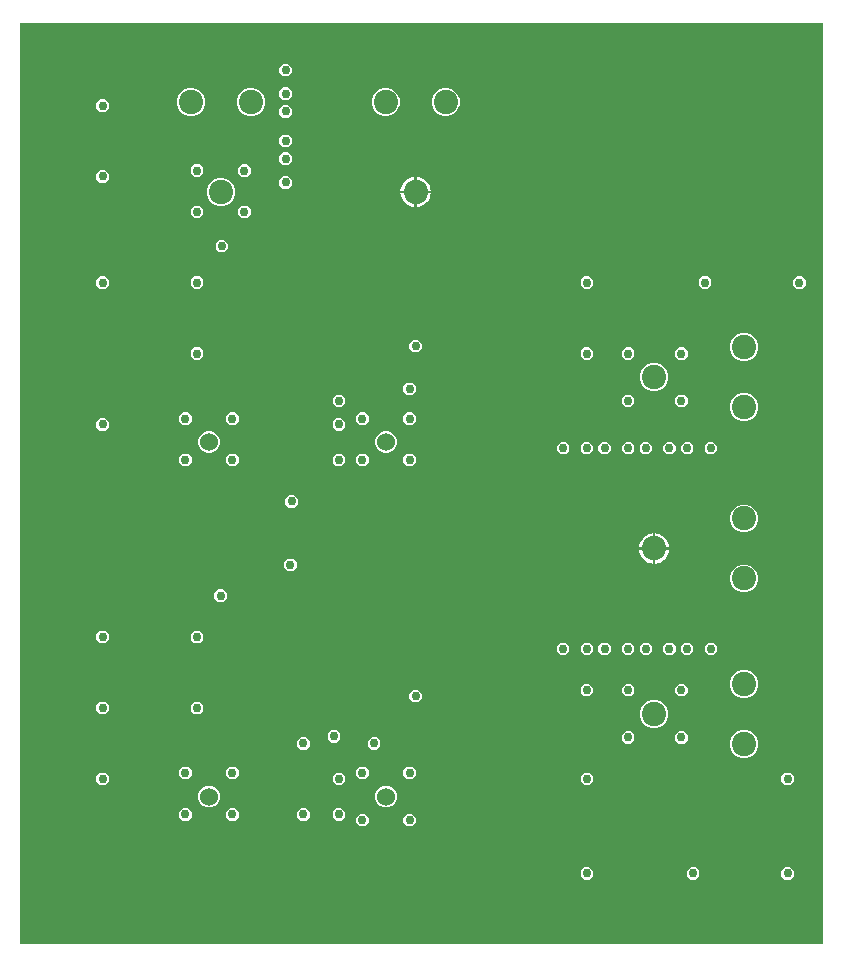
<source format=gbr>
G04 EAGLE Gerber RS-274X export*
G75*
%MOMM*%
%FSLAX34Y34*%
%LPD*%
%INCopper Layer 15*%
%IPPOS*%
%AMOC8*
5,1,8,0,0,1.08239X$1,22.5*%
G01*
%ADD10C,2.057400*%
%ADD11C,1.524000*%
%ADD12C,0.756400*%

G36*
X679348Y10162D02*
X679348Y10162D01*
X679357Y10161D01*
X679445Y10182D01*
X679535Y10200D01*
X679542Y10205D01*
X679550Y10207D01*
X679623Y10261D01*
X679699Y10313D01*
X679703Y10320D01*
X679710Y10325D01*
X679757Y10403D01*
X679806Y10480D01*
X679807Y10489D01*
X679812Y10496D01*
X679839Y10660D01*
X679839Y789340D01*
X679838Y789348D01*
X679839Y789357D01*
X679818Y789445D01*
X679800Y789535D01*
X679795Y789542D01*
X679793Y789550D01*
X679739Y789623D01*
X679687Y789699D01*
X679680Y789703D01*
X679675Y789710D01*
X679597Y789757D01*
X679520Y789806D01*
X679511Y789807D01*
X679504Y789812D01*
X679340Y789839D01*
X660Y789839D01*
X652Y789838D01*
X643Y789839D01*
X555Y789818D01*
X465Y789800D01*
X458Y789795D01*
X450Y789793D01*
X377Y789739D01*
X301Y789687D01*
X297Y789680D01*
X290Y789675D01*
X243Y789597D01*
X194Y789520D01*
X193Y789511D01*
X188Y789504D01*
X161Y789340D01*
X161Y10660D01*
X162Y10652D01*
X161Y10643D01*
X182Y10555D01*
X200Y10465D01*
X205Y10458D01*
X207Y10450D01*
X261Y10377D01*
X313Y10301D01*
X320Y10297D01*
X325Y10290D01*
X403Y10243D01*
X480Y10194D01*
X489Y10193D01*
X496Y10188D01*
X660Y10161D01*
X679340Y10161D01*
X679348Y10162D01*
G37*
%LPC*%
G36*
X610850Y503588D02*
X610850Y503588D01*
X606509Y505386D01*
X603186Y508709D01*
X601388Y513050D01*
X601388Y517750D01*
X603186Y522091D01*
X606509Y525414D01*
X610850Y527212D01*
X615550Y527212D01*
X619891Y525414D01*
X623214Y522091D01*
X625012Y517750D01*
X625012Y513050D01*
X623214Y508709D01*
X619891Y505386D01*
X615550Y503588D01*
X610850Y503588D01*
G37*
%LPD*%
%LPC*%
G36*
X610850Y307788D02*
X610850Y307788D01*
X606509Y309586D01*
X603186Y312909D01*
X601388Y317250D01*
X601388Y321950D01*
X603186Y326291D01*
X606509Y329614D01*
X610850Y331412D01*
X615550Y331412D01*
X619891Y329614D01*
X623214Y326291D01*
X625012Y321950D01*
X625012Y317250D01*
X623214Y312909D01*
X619891Y309586D01*
X615550Y307788D01*
X610850Y307788D01*
G37*
%LPD*%
%LPC*%
G36*
X358050Y711388D02*
X358050Y711388D01*
X353709Y713186D01*
X350386Y716509D01*
X348588Y720850D01*
X348588Y725550D01*
X350386Y729891D01*
X353709Y733214D01*
X358050Y735012D01*
X362750Y735012D01*
X367091Y733214D01*
X370414Y729891D01*
X372212Y725550D01*
X372212Y720850D01*
X370414Y716509D01*
X367091Y713186D01*
X362750Y711388D01*
X358050Y711388D01*
G37*
%LPD*%
%LPC*%
G36*
X307250Y711388D02*
X307250Y711388D01*
X302909Y713186D01*
X299586Y716509D01*
X297788Y720850D01*
X297788Y725550D01*
X299586Y729891D01*
X302909Y733214D01*
X307250Y735012D01*
X311950Y735012D01*
X316291Y733214D01*
X319614Y729891D01*
X321412Y725550D01*
X321412Y720850D01*
X319614Y716509D01*
X316291Y713186D01*
X311950Y711388D01*
X307250Y711388D01*
G37*
%LPD*%
%LPC*%
G36*
X193050Y711388D02*
X193050Y711388D01*
X188709Y713186D01*
X185386Y716509D01*
X183588Y720850D01*
X183588Y725550D01*
X185386Y729891D01*
X188709Y733214D01*
X193050Y735012D01*
X197750Y735012D01*
X202091Y733214D01*
X205414Y729891D01*
X207212Y725550D01*
X207212Y720850D01*
X205414Y716509D01*
X202091Y713186D01*
X197750Y711388D01*
X193050Y711388D01*
G37*
%LPD*%
%LPC*%
G36*
X142250Y711388D02*
X142250Y711388D01*
X137909Y713186D01*
X134586Y716509D01*
X132788Y720850D01*
X132788Y725550D01*
X134586Y729891D01*
X137909Y733214D01*
X142250Y735012D01*
X146950Y735012D01*
X151291Y733214D01*
X154614Y729891D01*
X156412Y725550D01*
X156412Y720850D01*
X154614Y716509D01*
X151291Y713186D01*
X146950Y711388D01*
X142250Y711388D01*
G37*
%LPD*%
%LPC*%
G36*
X610850Y167788D02*
X610850Y167788D01*
X606509Y169586D01*
X603186Y172909D01*
X601388Y177250D01*
X601388Y181950D01*
X603186Y186291D01*
X606509Y189614D01*
X610850Y191412D01*
X615550Y191412D01*
X619891Y189614D01*
X623214Y186291D01*
X625012Y181950D01*
X625012Y177250D01*
X623214Y172909D01*
X619891Y169586D01*
X615550Y167788D01*
X610850Y167788D01*
G37*
%LPD*%
%LPC*%
G36*
X534650Y193188D02*
X534650Y193188D01*
X530309Y194986D01*
X526986Y198309D01*
X525188Y202650D01*
X525188Y207350D01*
X526986Y211691D01*
X530309Y215014D01*
X534650Y216812D01*
X539350Y216812D01*
X543691Y215014D01*
X547014Y211691D01*
X548812Y207350D01*
X548812Y202650D01*
X547014Y198309D01*
X543691Y194986D01*
X539350Y193188D01*
X534650Y193188D01*
G37*
%LPD*%
%LPC*%
G36*
X610850Y218588D02*
X610850Y218588D01*
X606509Y220386D01*
X603186Y223709D01*
X601388Y228050D01*
X601388Y232750D01*
X603186Y237091D01*
X606509Y240414D01*
X610850Y242212D01*
X615550Y242212D01*
X619891Y240414D01*
X623214Y237091D01*
X625012Y232750D01*
X625012Y228050D01*
X623214Y223709D01*
X619891Y220386D01*
X615550Y218588D01*
X610850Y218588D01*
G37*
%LPD*%
%LPC*%
G36*
X167650Y635188D02*
X167650Y635188D01*
X163309Y636986D01*
X159986Y640309D01*
X158188Y644650D01*
X158188Y649350D01*
X159986Y653691D01*
X163309Y657014D01*
X167650Y658812D01*
X172350Y658812D01*
X176691Y657014D01*
X180014Y653691D01*
X181812Y649350D01*
X181812Y644650D01*
X180014Y640309D01*
X176691Y636986D01*
X172350Y635188D01*
X167650Y635188D01*
G37*
%LPD*%
%LPC*%
G36*
X534650Y478188D02*
X534650Y478188D01*
X530309Y479986D01*
X526986Y483309D01*
X525188Y487650D01*
X525188Y492350D01*
X526986Y496691D01*
X530309Y500014D01*
X534650Y501812D01*
X539350Y501812D01*
X543691Y500014D01*
X547014Y496691D01*
X548812Y492350D01*
X548812Y487650D01*
X547014Y483309D01*
X543691Y479986D01*
X539350Y478188D01*
X534650Y478188D01*
G37*
%LPD*%
%LPC*%
G36*
X610850Y452788D02*
X610850Y452788D01*
X606509Y454586D01*
X603186Y457909D01*
X601388Y462250D01*
X601388Y466950D01*
X603186Y471291D01*
X606509Y474614D01*
X610850Y476412D01*
X615550Y476412D01*
X619891Y474614D01*
X623214Y471291D01*
X625012Y466950D01*
X625012Y462250D01*
X623214Y457909D01*
X619891Y454586D01*
X615550Y452788D01*
X610850Y452788D01*
G37*
%LPD*%
%LPC*%
G36*
X610850Y358588D02*
X610850Y358588D01*
X606509Y360386D01*
X603186Y363709D01*
X601388Y368050D01*
X601388Y372750D01*
X603186Y377091D01*
X606509Y380414D01*
X610850Y382212D01*
X615550Y382212D01*
X619891Y380414D01*
X623214Y377091D01*
X625012Y372750D01*
X625012Y368050D01*
X623214Y363709D01*
X619891Y360386D01*
X615550Y358588D01*
X610850Y358588D01*
G37*
%LPD*%
%LPC*%
G36*
X308181Y425855D02*
X308181Y425855D01*
X304820Y427247D01*
X302247Y429820D01*
X300855Y433181D01*
X300855Y436819D01*
X302247Y440180D01*
X304820Y442753D01*
X308181Y444145D01*
X311819Y444145D01*
X315180Y442753D01*
X317753Y440180D01*
X319145Y436819D01*
X319145Y433181D01*
X317753Y429820D01*
X315180Y427247D01*
X311819Y425855D01*
X308181Y425855D01*
G37*
%LPD*%
%LPC*%
G36*
X158181Y425855D02*
X158181Y425855D01*
X154820Y427247D01*
X152247Y429820D01*
X150855Y433181D01*
X150855Y436819D01*
X152247Y440180D01*
X154820Y442753D01*
X158181Y444145D01*
X161819Y444145D01*
X165180Y442753D01*
X167753Y440180D01*
X169145Y436819D01*
X169145Y433181D01*
X167753Y429820D01*
X165180Y427247D01*
X161819Y425855D01*
X158181Y425855D01*
G37*
%LPD*%
%LPC*%
G36*
X158181Y125855D02*
X158181Y125855D01*
X154820Y127247D01*
X152247Y129820D01*
X150855Y133181D01*
X150855Y136819D01*
X152247Y140180D01*
X154820Y142753D01*
X158181Y144145D01*
X161819Y144145D01*
X165180Y142753D01*
X167753Y140180D01*
X169145Y136819D01*
X169145Y133181D01*
X167753Y129820D01*
X165180Y127247D01*
X161819Y125855D01*
X158181Y125855D01*
G37*
%LPD*%
%LPC*%
G36*
X308181Y125855D02*
X308181Y125855D01*
X304820Y127247D01*
X302247Y129820D01*
X300855Y133181D01*
X300855Y136819D01*
X302247Y140180D01*
X304820Y142753D01*
X308181Y144145D01*
X311819Y144145D01*
X315180Y142753D01*
X317753Y140180D01*
X319145Y136819D01*
X319145Y133181D01*
X317753Y129820D01*
X315180Y127247D01*
X311819Y125855D01*
X308181Y125855D01*
G37*
%LPD*%
%LPC*%
G36*
X537999Y345999D02*
X537999Y345999D01*
X537999Y357828D01*
X538010Y357828D01*
X540004Y357512D01*
X541924Y356888D01*
X543723Y355971D01*
X545357Y354785D01*
X546785Y353357D01*
X547971Y351723D01*
X548888Y349924D01*
X549512Y348004D01*
X549828Y346010D01*
X549828Y345999D01*
X537999Y345999D01*
G37*
%LPD*%
%LPC*%
G36*
X335999Y647999D02*
X335999Y647999D01*
X335999Y659828D01*
X336010Y659828D01*
X338004Y659512D01*
X339924Y658888D01*
X341723Y657971D01*
X343357Y656785D01*
X344785Y655357D01*
X345971Y653723D01*
X346888Y651924D01*
X347512Y650004D01*
X347828Y648010D01*
X347828Y647999D01*
X335999Y647999D01*
G37*
%LPD*%
%LPC*%
G36*
X322172Y647999D02*
X322172Y647999D01*
X322172Y648010D01*
X322488Y650004D01*
X323112Y651924D01*
X324029Y653723D01*
X325215Y655357D01*
X326643Y656785D01*
X328277Y657971D01*
X330076Y658888D01*
X331996Y659512D01*
X333990Y659828D01*
X334001Y659828D01*
X334001Y647999D01*
X322172Y647999D01*
G37*
%LPD*%
%LPC*%
G36*
X335999Y634172D02*
X335999Y634172D01*
X335999Y646001D01*
X347828Y646001D01*
X347828Y645990D01*
X347512Y643996D01*
X346888Y642076D01*
X345971Y640277D01*
X344785Y638643D01*
X343357Y637215D01*
X341723Y636029D01*
X339924Y635112D01*
X338004Y634488D01*
X336010Y634172D01*
X335999Y634172D01*
G37*
%LPD*%
%LPC*%
G36*
X537999Y332172D02*
X537999Y332172D01*
X537999Y344001D01*
X549828Y344001D01*
X549828Y343990D01*
X549512Y341996D01*
X548888Y340076D01*
X547971Y338277D01*
X546785Y336643D01*
X545357Y335215D01*
X543723Y334029D01*
X541924Y333112D01*
X540004Y332488D01*
X538010Y332172D01*
X537999Y332172D01*
G37*
%LPD*%
%LPC*%
G36*
X524172Y345999D02*
X524172Y345999D01*
X524172Y346010D01*
X524488Y348004D01*
X525112Y349924D01*
X526029Y351723D01*
X527215Y353357D01*
X528643Y354785D01*
X530277Y355971D01*
X532076Y356888D01*
X533996Y357512D01*
X535990Y357828D01*
X536001Y357828D01*
X536001Y345999D01*
X524172Y345999D01*
G37*
%LPD*%
%LPC*%
G36*
X333990Y634172D02*
X333990Y634172D01*
X331996Y634488D01*
X330076Y635112D01*
X328277Y636029D01*
X326643Y637215D01*
X325215Y638643D01*
X324029Y640277D01*
X323112Y642076D01*
X322488Y643996D01*
X322172Y645990D01*
X322172Y646001D01*
X334001Y646001D01*
X334001Y634172D01*
X333990Y634172D01*
G37*
%LPD*%
%LPC*%
G36*
X535990Y332172D02*
X535990Y332172D01*
X533996Y332488D01*
X532076Y333112D01*
X530277Y334029D01*
X528643Y335215D01*
X527215Y336643D01*
X526029Y338277D01*
X525112Y340076D01*
X524488Y341996D01*
X524172Y343990D01*
X524172Y344001D01*
X536001Y344001D01*
X536001Y332172D01*
X535990Y332172D01*
G37*
%LPD*%
%LPC*%
G36*
X477802Y564693D02*
X477802Y564693D01*
X474693Y567802D01*
X474693Y572198D01*
X477802Y575307D01*
X482198Y575307D01*
X485307Y572198D01*
X485307Y567802D01*
X482198Y564693D01*
X477802Y564693D01*
G37*
%LPD*%
%LPC*%
G36*
X147802Y564693D02*
X147802Y564693D01*
X144693Y567802D01*
X144693Y572198D01*
X147802Y575307D01*
X152198Y575307D01*
X155307Y572198D01*
X155307Y567802D01*
X152198Y564693D01*
X147802Y564693D01*
G37*
%LPD*%
%LPC*%
G36*
X67802Y564693D02*
X67802Y564693D01*
X64693Y567802D01*
X64693Y572198D01*
X67802Y575307D01*
X72198Y575307D01*
X75307Y572198D01*
X75307Y567802D01*
X72198Y564693D01*
X67802Y564693D01*
G37*
%LPD*%
%LPC*%
G36*
X577802Y564693D02*
X577802Y564693D01*
X574693Y567802D01*
X574693Y572198D01*
X577802Y575307D01*
X582198Y575307D01*
X585307Y572198D01*
X585307Y567802D01*
X582198Y564693D01*
X577802Y564693D01*
G37*
%LPD*%
%LPC*%
G36*
X332802Y510993D02*
X332802Y510993D01*
X329693Y514102D01*
X329693Y518498D01*
X332802Y521607D01*
X337198Y521607D01*
X340307Y518498D01*
X340307Y514102D01*
X337198Y510993D01*
X332802Y510993D01*
G37*
%LPD*%
%LPC*%
G36*
X557802Y504693D02*
X557802Y504693D01*
X554693Y507802D01*
X554693Y512198D01*
X557802Y515307D01*
X562198Y515307D01*
X565307Y512198D01*
X565307Y507802D01*
X562198Y504693D01*
X557802Y504693D01*
G37*
%LPD*%
%LPC*%
G36*
X512802Y504693D02*
X512802Y504693D01*
X509693Y507802D01*
X509693Y512198D01*
X512802Y515307D01*
X517198Y515307D01*
X520307Y512198D01*
X520307Y507802D01*
X517198Y504693D01*
X512802Y504693D01*
G37*
%LPD*%
%LPC*%
G36*
X477802Y504693D02*
X477802Y504693D01*
X474693Y507802D01*
X474693Y512198D01*
X477802Y515307D01*
X482198Y515307D01*
X485307Y512198D01*
X485307Y507802D01*
X482198Y504693D01*
X477802Y504693D01*
G37*
%LPD*%
%LPC*%
G36*
X147802Y504693D02*
X147802Y504693D01*
X144693Y507802D01*
X144693Y512198D01*
X147802Y515307D01*
X152198Y515307D01*
X155307Y512198D01*
X155307Y507802D01*
X152198Y504693D01*
X147802Y504693D01*
G37*
%LPD*%
%LPC*%
G36*
X657802Y564693D02*
X657802Y564693D01*
X654693Y567802D01*
X654693Y572198D01*
X657802Y575307D01*
X662198Y575307D01*
X665307Y572198D01*
X665307Y567802D01*
X662198Y564693D01*
X657802Y564693D01*
G37*
%LPD*%
%LPC*%
G36*
X327802Y474693D02*
X327802Y474693D01*
X324693Y477802D01*
X324693Y482198D01*
X327802Y485307D01*
X332198Y485307D01*
X335307Y482198D01*
X335307Y477802D01*
X332198Y474693D01*
X327802Y474693D01*
G37*
%LPD*%
%LPC*%
G36*
X168802Y595693D02*
X168802Y595693D01*
X165693Y598802D01*
X165693Y603198D01*
X168802Y606307D01*
X173198Y606307D01*
X176307Y603198D01*
X176307Y598802D01*
X173198Y595693D01*
X168802Y595693D01*
G37*
%LPD*%
%LPC*%
G36*
X557802Y464693D02*
X557802Y464693D01*
X554693Y467802D01*
X554693Y472198D01*
X557802Y475307D01*
X562198Y475307D01*
X565307Y472198D01*
X565307Y467802D01*
X562198Y464693D01*
X557802Y464693D01*
G37*
%LPD*%
%LPC*%
G36*
X512802Y464693D02*
X512802Y464693D01*
X509693Y467802D01*
X509693Y472198D01*
X512802Y475307D01*
X517198Y475307D01*
X520307Y472198D01*
X520307Y467802D01*
X517198Y464693D01*
X512802Y464693D01*
G37*
%LPD*%
%LPC*%
G36*
X267802Y464693D02*
X267802Y464693D01*
X264693Y467802D01*
X264693Y472198D01*
X267802Y475307D01*
X272198Y475307D01*
X275307Y472198D01*
X275307Y467802D01*
X272198Y464693D01*
X267802Y464693D01*
G37*
%LPD*%
%LPC*%
G36*
X327802Y449693D02*
X327802Y449693D01*
X324693Y452802D01*
X324693Y457198D01*
X327802Y460307D01*
X332198Y460307D01*
X335307Y457198D01*
X335307Y452802D01*
X332198Y449693D01*
X327802Y449693D01*
G37*
%LPD*%
%LPC*%
G36*
X287802Y449693D02*
X287802Y449693D01*
X284693Y452802D01*
X284693Y457198D01*
X287802Y460307D01*
X292198Y460307D01*
X295307Y457198D01*
X295307Y452802D01*
X292198Y449693D01*
X287802Y449693D01*
G37*
%LPD*%
%LPC*%
G36*
X177802Y449693D02*
X177802Y449693D01*
X174693Y452802D01*
X174693Y457198D01*
X177802Y460307D01*
X182198Y460307D01*
X185307Y457198D01*
X185307Y452802D01*
X182198Y449693D01*
X177802Y449693D01*
G37*
%LPD*%
%LPC*%
G36*
X137802Y449693D02*
X137802Y449693D01*
X134693Y452802D01*
X134693Y457198D01*
X137802Y460307D01*
X142198Y460307D01*
X145307Y457198D01*
X145307Y452802D01*
X142198Y449693D01*
X137802Y449693D01*
G37*
%LPD*%
%LPC*%
G36*
X267802Y444693D02*
X267802Y444693D01*
X264693Y447802D01*
X264693Y452198D01*
X267802Y455307D01*
X272198Y455307D01*
X275307Y452198D01*
X275307Y447802D01*
X272198Y444693D01*
X267802Y444693D01*
G37*
%LPD*%
%LPC*%
G36*
X67802Y444693D02*
X67802Y444693D01*
X64693Y447802D01*
X64693Y452198D01*
X67802Y455307D01*
X72198Y455307D01*
X75307Y452198D01*
X75307Y447802D01*
X72198Y444693D01*
X67802Y444693D01*
G37*
%LPD*%
%LPC*%
G36*
X147802Y624693D02*
X147802Y624693D01*
X144693Y627802D01*
X144693Y632198D01*
X147802Y635307D01*
X152198Y635307D01*
X155307Y632198D01*
X155307Y627802D01*
X152198Y624693D01*
X147802Y624693D01*
G37*
%LPD*%
%LPC*%
G36*
X187802Y624693D02*
X187802Y624693D01*
X184693Y627802D01*
X184693Y632198D01*
X187802Y635307D01*
X192198Y635307D01*
X195307Y632198D01*
X195307Y627802D01*
X192198Y624693D01*
X187802Y624693D01*
G37*
%LPD*%
%LPC*%
G36*
X477802Y424693D02*
X477802Y424693D01*
X474693Y427802D01*
X474693Y432198D01*
X477802Y435307D01*
X482198Y435307D01*
X485307Y432198D01*
X485307Y427802D01*
X482198Y424693D01*
X477802Y424693D01*
G37*
%LPD*%
%LPC*%
G36*
X457802Y424693D02*
X457802Y424693D01*
X454693Y427802D01*
X454693Y432198D01*
X457802Y435307D01*
X462198Y435307D01*
X465307Y432198D01*
X465307Y427802D01*
X462198Y424693D01*
X457802Y424693D01*
G37*
%LPD*%
%LPC*%
G36*
X582802Y424693D02*
X582802Y424693D01*
X579693Y427802D01*
X579693Y432198D01*
X582802Y435307D01*
X587198Y435307D01*
X590307Y432198D01*
X590307Y427802D01*
X587198Y424693D01*
X582802Y424693D01*
G37*
%LPD*%
%LPC*%
G36*
X562802Y424693D02*
X562802Y424693D01*
X559693Y427802D01*
X559693Y432198D01*
X562802Y435307D01*
X567198Y435307D01*
X570307Y432198D01*
X570307Y427802D01*
X567198Y424693D01*
X562802Y424693D01*
G37*
%LPD*%
%LPC*%
G36*
X547802Y424693D02*
X547802Y424693D01*
X544693Y427802D01*
X544693Y432198D01*
X547802Y435307D01*
X552198Y435307D01*
X555307Y432198D01*
X555307Y427802D01*
X552198Y424693D01*
X547802Y424693D01*
G37*
%LPD*%
%LPC*%
G36*
X527802Y424693D02*
X527802Y424693D01*
X524693Y427802D01*
X524693Y432198D01*
X527802Y435307D01*
X532198Y435307D01*
X535307Y432198D01*
X535307Y427802D01*
X532198Y424693D01*
X527802Y424693D01*
G37*
%LPD*%
%LPC*%
G36*
X512802Y424693D02*
X512802Y424693D01*
X509693Y427802D01*
X509693Y432198D01*
X512802Y435307D01*
X517198Y435307D01*
X520307Y432198D01*
X520307Y427802D01*
X517198Y424693D01*
X512802Y424693D01*
G37*
%LPD*%
%LPC*%
G36*
X492802Y424693D02*
X492802Y424693D01*
X489693Y427802D01*
X489693Y432198D01*
X492802Y435307D01*
X497198Y435307D01*
X500307Y432198D01*
X500307Y427802D01*
X497198Y424693D01*
X492802Y424693D01*
G37*
%LPD*%
%LPC*%
G36*
X327802Y414693D02*
X327802Y414693D01*
X324693Y417802D01*
X324693Y422198D01*
X327802Y425307D01*
X332198Y425307D01*
X335307Y422198D01*
X335307Y417802D01*
X332198Y414693D01*
X327802Y414693D01*
G37*
%LPD*%
%LPC*%
G36*
X287802Y414693D02*
X287802Y414693D01*
X284693Y417802D01*
X284693Y422198D01*
X287802Y425307D01*
X292198Y425307D01*
X295307Y422198D01*
X295307Y417802D01*
X292198Y414693D01*
X287802Y414693D01*
G37*
%LPD*%
%LPC*%
G36*
X267802Y414693D02*
X267802Y414693D01*
X264693Y417802D01*
X264693Y422198D01*
X267802Y425307D01*
X272198Y425307D01*
X275307Y422198D01*
X275307Y417802D01*
X272198Y414693D01*
X267802Y414693D01*
G37*
%LPD*%
%LPC*%
G36*
X177802Y414693D02*
X177802Y414693D01*
X174693Y417802D01*
X174693Y422198D01*
X177802Y425307D01*
X182198Y425307D01*
X185307Y422198D01*
X185307Y417802D01*
X182198Y414693D01*
X177802Y414693D01*
G37*
%LPD*%
%LPC*%
G36*
X137802Y414693D02*
X137802Y414693D01*
X134693Y417802D01*
X134693Y422198D01*
X137802Y425307D01*
X142198Y425307D01*
X145307Y422198D01*
X145307Y417802D01*
X142198Y414693D01*
X137802Y414693D01*
G37*
%LPD*%
%LPC*%
G36*
X227802Y379693D02*
X227802Y379693D01*
X224693Y382802D01*
X224693Y387198D01*
X227802Y390307D01*
X232198Y390307D01*
X235307Y387198D01*
X235307Y382802D01*
X232198Y379693D01*
X227802Y379693D01*
G37*
%LPD*%
%LPC*%
G36*
X647802Y64693D02*
X647802Y64693D01*
X644693Y67802D01*
X644693Y72198D01*
X647802Y75307D01*
X652198Y75307D01*
X655307Y72198D01*
X655307Y67802D01*
X652198Y64693D01*
X647802Y64693D01*
G37*
%LPD*%
%LPC*%
G36*
X222802Y649693D02*
X222802Y649693D01*
X219693Y652802D01*
X219693Y657198D01*
X222802Y660307D01*
X227198Y660307D01*
X230307Y657198D01*
X230307Y652802D01*
X227198Y649693D01*
X222802Y649693D01*
G37*
%LPD*%
%LPC*%
G36*
X67802Y654693D02*
X67802Y654693D01*
X64693Y657802D01*
X64693Y662198D01*
X67802Y665307D01*
X72198Y665307D01*
X75307Y662198D01*
X75307Y657802D01*
X72198Y654693D01*
X67802Y654693D01*
G37*
%LPD*%
%LPC*%
G36*
X477802Y64693D02*
X477802Y64693D01*
X474693Y67802D01*
X474693Y72198D01*
X477802Y75307D01*
X482198Y75307D01*
X485307Y72198D01*
X485307Y67802D01*
X482198Y64693D01*
X477802Y64693D01*
G37*
%LPD*%
%LPC*%
G36*
X147802Y659693D02*
X147802Y659693D01*
X144693Y662802D01*
X144693Y667198D01*
X147802Y670307D01*
X152198Y670307D01*
X155307Y667198D01*
X155307Y662802D01*
X152198Y659693D01*
X147802Y659693D01*
G37*
%LPD*%
%LPC*%
G36*
X187802Y659693D02*
X187802Y659693D01*
X184693Y662802D01*
X184693Y667198D01*
X187802Y670307D01*
X192198Y670307D01*
X195307Y667198D01*
X195307Y662802D01*
X192198Y659693D01*
X187802Y659693D01*
G37*
%LPD*%
%LPC*%
G36*
X226802Y325693D02*
X226802Y325693D01*
X223693Y328802D01*
X223693Y333198D01*
X226802Y336307D01*
X231198Y336307D01*
X234307Y333198D01*
X234307Y328802D01*
X231198Y325693D01*
X226802Y325693D01*
G37*
%LPD*%
%LPC*%
G36*
X222802Y669693D02*
X222802Y669693D01*
X219693Y672802D01*
X219693Y677198D01*
X222802Y680307D01*
X227198Y680307D01*
X230307Y677198D01*
X230307Y672802D01*
X227198Y669693D01*
X222802Y669693D01*
G37*
%LPD*%
%LPC*%
G36*
X167802Y299693D02*
X167802Y299693D01*
X164693Y302802D01*
X164693Y307198D01*
X167802Y310307D01*
X172198Y310307D01*
X175307Y307198D01*
X175307Y302802D01*
X172198Y299693D01*
X167802Y299693D01*
G37*
%LPD*%
%LPC*%
G36*
X147802Y264693D02*
X147802Y264693D01*
X144693Y267802D01*
X144693Y272198D01*
X147802Y275307D01*
X152198Y275307D01*
X155307Y272198D01*
X155307Y267802D01*
X152198Y264693D01*
X147802Y264693D01*
G37*
%LPD*%
%LPC*%
G36*
X67802Y264693D02*
X67802Y264693D01*
X64693Y267802D01*
X64693Y272198D01*
X67802Y275307D01*
X72198Y275307D01*
X75307Y272198D01*
X75307Y267802D01*
X72198Y264693D01*
X67802Y264693D01*
G37*
%LPD*%
%LPC*%
G36*
X492802Y254693D02*
X492802Y254693D01*
X489693Y257802D01*
X489693Y262198D01*
X492802Y265307D01*
X497198Y265307D01*
X500307Y262198D01*
X500307Y257802D01*
X497198Y254693D01*
X492802Y254693D01*
G37*
%LPD*%
%LPC*%
G36*
X477802Y254693D02*
X477802Y254693D01*
X474693Y257802D01*
X474693Y262198D01*
X477802Y265307D01*
X482198Y265307D01*
X485307Y262198D01*
X485307Y257802D01*
X482198Y254693D01*
X477802Y254693D01*
G37*
%LPD*%
%LPC*%
G36*
X582802Y254693D02*
X582802Y254693D01*
X579693Y257802D01*
X579693Y262198D01*
X582802Y265307D01*
X587198Y265307D01*
X590307Y262198D01*
X590307Y257802D01*
X587198Y254693D01*
X582802Y254693D01*
G37*
%LPD*%
%LPC*%
G36*
X562802Y254693D02*
X562802Y254693D01*
X559693Y257802D01*
X559693Y262198D01*
X562802Y265307D01*
X567198Y265307D01*
X570307Y262198D01*
X570307Y257802D01*
X567198Y254693D01*
X562802Y254693D01*
G37*
%LPD*%
%LPC*%
G36*
X547802Y254693D02*
X547802Y254693D01*
X544693Y257802D01*
X544693Y262198D01*
X547802Y265307D01*
X552198Y265307D01*
X555307Y262198D01*
X555307Y257802D01*
X552198Y254693D01*
X547802Y254693D01*
G37*
%LPD*%
%LPC*%
G36*
X527802Y254693D02*
X527802Y254693D01*
X524693Y257802D01*
X524693Y262198D01*
X527802Y265307D01*
X532198Y265307D01*
X535307Y262198D01*
X535307Y257802D01*
X532198Y254693D01*
X527802Y254693D01*
G37*
%LPD*%
%LPC*%
G36*
X512802Y254693D02*
X512802Y254693D01*
X509693Y257802D01*
X509693Y262198D01*
X512802Y265307D01*
X517198Y265307D01*
X520307Y262198D01*
X520307Y257802D01*
X517198Y254693D01*
X512802Y254693D01*
G37*
%LPD*%
%LPC*%
G36*
X457802Y254693D02*
X457802Y254693D01*
X454693Y257802D01*
X454693Y262198D01*
X457802Y265307D01*
X462198Y265307D01*
X465307Y262198D01*
X465307Y257802D01*
X462198Y254693D01*
X457802Y254693D01*
G37*
%LPD*%
%LPC*%
G36*
X222802Y684693D02*
X222802Y684693D01*
X219693Y687802D01*
X219693Y692198D01*
X222802Y695307D01*
X227198Y695307D01*
X230307Y692198D01*
X230307Y687802D01*
X227198Y684693D01*
X222802Y684693D01*
G37*
%LPD*%
%LPC*%
G36*
X557802Y219693D02*
X557802Y219693D01*
X554693Y222802D01*
X554693Y227198D01*
X557802Y230307D01*
X562198Y230307D01*
X565307Y227198D01*
X565307Y222802D01*
X562198Y219693D01*
X557802Y219693D01*
G37*
%LPD*%
%LPC*%
G36*
X512802Y219693D02*
X512802Y219693D01*
X509693Y222802D01*
X509693Y227198D01*
X512802Y230307D01*
X517198Y230307D01*
X520307Y227198D01*
X520307Y222802D01*
X517198Y219693D01*
X512802Y219693D01*
G37*
%LPD*%
%LPC*%
G36*
X477802Y219693D02*
X477802Y219693D01*
X474693Y222802D01*
X474693Y227198D01*
X477802Y230307D01*
X482198Y230307D01*
X485307Y227198D01*
X485307Y222802D01*
X482198Y219693D01*
X477802Y219693D01*
G37*
%LPD*%
%LPC*%
G36*
X332802Y214693D02*
X332802Y214693D01*
X329693Y217802D01*
X329693Y222198D01*
X332802Y225307D01*
X337198Y225307D01*
X340307Y222198D01*
X340307Y217802D01*
X337198Y214693D01*
X332802Y214693D01*
G37*
%LPD*%
%LPC*%
G36*
X222802Y709693D02*
X222802Y709693D01*
X219693Y712802D01*
X219693Y717198D01*
X222802Y720307D01*
X227198Y720307D01*
X230307Y717198D01*
X230307Y712802D01*
X227198Y709693D01*
X222802Y709693D01*
G37*
%LPD*%
%LPC*%
G36*
X147802Y204693D02*
X147802Y204693D01*
X144693Y207802D01*
X144693Y212198D01*
X147802Y215307D01*
X152198Y215307D01*
X155307Y212198D01*
X155307Y207802D01*
X152198Y204693D01*
X147802Y204693D01*
G37*
%LPD*%
%LPC*%
G36*
X67802Y204693D02*
X67802Y204693D01*
X64693Y207802D01*
X64693Y212198D01*
X67802Y215307D01*
X72198Y215307D01*
X75307Y212198D01*
X75307Y207802D01*
X72198Y204693D01*
X67802Y204693D01*
G37*
%LPD*%
%LPC*%
G36*
X67802Y714693D02*
X67802Y714693D01*
X64693Y717802D01*
X64693Y722198D01*
X67802Y725307D01*
X72198Y725307D01*
X75307Y722198D01*
X75307Y717802D01*
X72198Y714693D01*
X67802Y714693D01*
G37*
%LPD*%
%LPC*%
G36*
X263802Y180693D02*
X263802Y180693D01*
X260693Y183802D01*
X260693Y188198D01*
X263802Y191307D01*
X268198Y191307D01*
X271307Y188198D01*
X271307Y183802D01*
X268198Y180693D01*
X263802Y180693D01*
G37*
%LPD*%
%LPC*%
G36*
X557802Y179693D02*
X557802Y179693D01*
X554693Y182802D01*
X554693Y187198D01*
X557802Y190307D01*
X562198Y190307D01*
X565307Y187198D01*
X565307Y182802D01*
X562198Y179693D01*
X557802Y179693D01*
G37*
%LPD*%
%LPC*%
G36*
X512802Y179693D02*
X512802Y179693D01*
X509693Y182802D01*
X509693Y187198D01*
X512802Y190307D01*
X517198Y190307D01*
X520307Y187198D01*
X520307Y182802D01*
X517198Y179693D01*
X512802Y179693D01*
G37*
%LPD*%
%LPC*%
G36*
X297802Y174693D02*
X297802Y174693D01*
X294693Y177802D01*
X294693Y182198D01*
X297802Y185307D01*
X302198Y185307D01*
X305307Y182198D01*
X305307Y177802D01*
X302198Y174693D01*
X297802Y174693D01*
G37*
%LPD*%
%LPC*%
G36*
X237802Y174693D02*
X237802Y174693D01*
X234693Y177802D01*
X234693Y182198D01*
X237802Y185307D01*
X242198Y185307D01*
X245307Y182198D01*
X245307Y177802D01*
X242198Y174693D01*
X237802Y174693D01*
G37*
%LPD*%
%LPC*%
G36*
X327802Y149693D02*
X327802Y149693D01*
X324693Y152802D01*
X324693Y157198D01*
X327802Y160307D01*
X332198Y160307D01*
X335307Y157198D01*
X335307Y152802D01*
X332198Y149693D01*
X327802Y149693D01*
G37*
%LPD*%
%LPC*%
G36*
X287802Y149693D02*
X287802Y149693D01*
X284693Y152802D01*
X284693Y157198D01*
X287802Y160307D01*
X292198Y160307D01*
X295307Y157198D01*
X295307Y152802D01*
X292198Y149693D01*
X287802Y149693D01*
G37*
%LPD*%
%LPC*%
G36*
X177802Y149693D02*
X177802Y149693D01*
X174693Y152802D01*
X174693Y157198D01*
X177802Y160307D01*
X182198Y160307D01*
X185307Y157198D01*
X185307Y152802D01*
X182198Y149693D01*
X177802Y149693D01*
G37*
%LPD*%
%LPC*%
G36*
X137802Y149693D02*
X137802Y149693D01*
X134693Y152802D01*
X134693Y157198D01*
X137802Y160307D01*
X142198Y160307D01*
X145307Y157198D01*
X145307Y152802D01*
X142198Y149693D01*
X137802Y149693D01*
G37*
%LPD*%
%LPC*%
G36*
X647802Y144693D02*
X647802Y144693D01*
X644693Y147802D01*
X644693Y152198D01*
X647802Y155307D01*
X652198Y155307D01*
X655307Y152198D01*
X655307Y147802D01*
X652198Y144693D01*
X647802Y144693D01*
G37*
%LPD*%
%LPC*%
G36*
X477802Y144693D02*
X477802Y144693D01*
X474693Y147802D01*
X474693Y152198D01*
X477802Y155307D01*
X482198Y155307D01*
X485307Y152198D01*
X485307Y147802D01*
X482198Y144693D01*
X477802Y144693D01*
G37*
%LPD*%
%LPC*%
G36*
X267802Y144693D02*
X267802Y144693D01*
X264693Y147802D01*
X264693Y152198D01*
X267802Y155307D01*
X272198Y155307D01*
X275307Y152198D01*
X275307Y147802D01*
X272198Y144693D01*
X267802Y144693D01*
G37*
%LPD*%
%LPC*%
G36*
X67802Y144693D02*
X67802Y144693D01*
X64693Y147802D01*
X64693Y152198D01*
X67802Y155307D01*
X72198Y155307D01*
X75307Y152198D01*
X75307Y147802D01*
X72198Y144693D01*
X67802Y144693D01*
G37*
%LPD*%
%LPC*%
G36*
X222802Y724693D02*
X222802Y724693D01*
X219693Y727802D01*
X219693Y732198D01*
X222802Y735307D01*
X227198Y735307D01*
X230307Y732198D01*
X230307Y727802D01*
X227198Y724693D01*
X222802Y724693D01*
G37*
%LPD*%
%LPC*%
G36*
X222802Y744693D02*
X222802Y744693D01*
X219693Y747802D01*
X219693Y752198D01*
X222802Y755307D01*
X227198Y755307D01*
X230307Y752198D01*
X230307Y747802D01*
X227198Y744693D01*
X222802Y744693D01*
G37*
%LPD*%
%LPC*%
G36*
X267802Y114693D02*
X267802Y114693D01*
X264693Y117802D01*
X264693Y122198D01*
X267802Y125307D01*
X272198Y125307D01*
X275307Y122198D01*
X275307Y117802D01*
X272198Y114693D01*
X267802Y114693D01*
G37*
%LPD*%
%LPC*%
G36*
X237802Y114693D02*
X237802Y114693D01*
X234693Y117802D01*
X234693Y122198D01*
X237802Y125307D01*
X242198Y125307D01*
X245307Y122198D01*
X245307Y117802D01*
X242198Y114693D01*
X237802Y114693D01*
G37*
%LPD*%
%LPC*%
G36*
X177802Y114693D02*
X177802Y114693D01*
X174693Y117802D01*
X174693Y122198D01*
X177802Y125307D01*
X182198Y125307D01*
X185307Y122198D01*
X185307Y117802D01*
X182198Y114693D01*
X177802Y114693D01*
G37*
%LPD*%
%LPC*%
G36*
X137802Y114693D02*
X137802Y114693D01*
X134693Y117802D01*
X134693Y122198D01*
X137802Y125307D01*
X142198Y125307D01*
X145307Y122198D01*
X145307Y117802D01*
X142198Y114693D01*
X137802Y114693D01*
G37*
%LPD*%
%LPC*%
G36*
X327802Y109693D02*
X327802Y109693D01*
X324693Y112802D01*
X324693Y117198D01*
X327802Y120307D01*
X332198Y120307D01*
X335307Y117198D01*
X335307Y112802D01*
X332198Y109693D01*
X327802Y109693D01*
G37*
%LPD*%
%LPC*%
G36*
X287802Y109693D02*
X287802Y109693D01*
X284693Y112802D01*
X284693Y117198D01*
X287802Y120307D01*
X292198Y120307D01*
X295307Y117198D01*
X295307Y112802D01*
X292198Y109693D01*
X287802Y109693D01*
G37*
%LPD*%
%LPC*%
G36*
X567802Y64693D02*
X567802Y64693D01*
X564693Y67802D01*
X564693Y72198D01*
X567802Y75307D01*
X572198Y75307D01*
X575307Y72198D01*
X575307Y67802D01*
X572198Y64693D01*
X567802Y64693D01*
G37*
%LPD*%
%LPC*%
G36*
X536999Y344999D02*
X536999Y344999D01*
X536999Y345001D01*
X537001Y345001D01*
X537001Y344999D01*
X536999Y344999D01*
G37*
%LPD*%
%LPC*%
G36*
X334999Y646999D02*
X334999Y646999D01*
X334999Y647001D01*
X335001Y647001D01*
X335001Y646999D01*
X334999Y646999D01*
G37*
%LPD*%
D10*
X170000Y647000D03*
X144600Y723200D03*
X195400Y723200D03*
X335000Y647000D03*
X309600Y723200D03*
X360400Y723200D03*
X537000Y205000D03*
X613200Y230400D03*
X613200Y179600D03*
X537000Y490000D03*
X613200Y515400D03*
X613200Y464600D03*
X537000Y345000D03*
X613200Y370400D03*
X613200Y319600D03*
D11*
X160000Y435000D03*
X310000Y435000D03*
X160000Y135000D03*
X310000Y135000D03*
D12*
X70000Y660000D03*
X70000Y720000D03*
X190000Y665000D03*
X150000Y665000D03*
X190000Y630000D03*
X225000Y655000D03*
X225000Y675000D03*
X225000Y690000D03*
X225000Y715000D03*
X225000Y730000D03*
X225000Y750000D03*
X230000Y385000D03*
X229000Y331000D03*
X150000Y630000D03*
X285000Y750000D03*
X285000Y730000D03*
X285000Y715000D03*
X285000Y690000D03*
X285000Y675000D03*
X285000Y655000D03*
X270000Y616000D03*
X315000Y665000D03*
X315000Y625000D03*
X355000Y665000D03*
X355000Y625000D03*
X390000Y660000D03*
X390000Y720000D03*
X510000Y720000D03*
X510000Y660000D03*
X630000Y660000D03*
X630000Y720000D03*
X290000Y370000D03*
X270000Y330000D03*
X390000Y370000D03*
X390000Y320000D03*
X390000Y270000D03*
X210000Y60000D03*
X140000Y60000D03*
X70000Y60000D03*
X460000Y370000D03*
X480000Y370000D03*
X495000Y370000D03*
X515000Y370000D03*
X530000Y370000D03*
X550000Y370000D03*
X460000Y320000D03*
X480000Y320000D03*
X495000Y320000D03*
X515000Y320000D03*
X530000Y320000D03*
X550000Y320000D03*
X205000Y325000D03*
X185000Y350000D03*
X185000Y370000D03*
X205000Y390000D03*
X140000Y360000D03*
X70000Y360000D03*
X575000Y365000D03*
X575000Y320000D03*
X335000Y516300D03*
X270000Y470000D03*
X480000Y430000D03*
X460000Y430000D03*
X330000Y420000D03*
X290000Y420000D03*
X270000Y420000D03*
X270000Y450000D03*
X290000Y455000D03*
X330000Y480000D03*
X330000Y455000D03*
X480000Y570000D03*
X580000Y570000D03*
X660000Y570000D03*
X480000Y510000D03*
X515000Y510000D03*
X560000Y510000D03*
X515000Y470000D03*
X560000Y470000D03*
X495000Y430000D03*
X515000Y430000D03*
X530000Y430000D03*
X550000Y430000D03*
X565000Y430000D03*
X585000Y430000D03*
X171000Y601000D03*
X150000Y570000D03*
X70000Y570000D03*
X150000Y510000D03*
X70000Y450000D03*
X140000Y455000D03*
X140000Y420000D03*
X180000Y455000D03*
X180000Y420000D03*
X335000Y220000D03*
X266000Y186000D03*
X240000Y180000D03*
X240000Y120000D03*
X270000Y150000D03*
X270000Y120000D03*
X300000Y180000D03*
X290000Y155000D03*
X290000Y115000D03*
X330000Y115000D03*
X330000Y155000D03*
X460000Y260000D03*
X480000Y260000D03*
X495000Y260000D03*
X515000Y260000D03*
X530000Y260000D03*
X550000Y260000D03*
X565000Y260000D03*
X585000Y260000D03*
X480000Y225000D03*
X515000Y225000D03*
X560000Y225000D03*
X515000Y185000D03*
X560000Y185000D03*
X480000Y150000D03*
X650000Y150000D03*
X570000Y70000D03*
X480000Y70000D03*
X650000Y70000D03*
X170000Y305000D03*
X70000Y270000D03*
X150000Y270000D03*
X150000Y210000D03*
X70000Y210000D03*
X70000Y150000D03*
X140000Y155000D03*
X140000Y120000D03*
X180000Y155000D03*
X180000Y120000D03*
M02*

</source>
